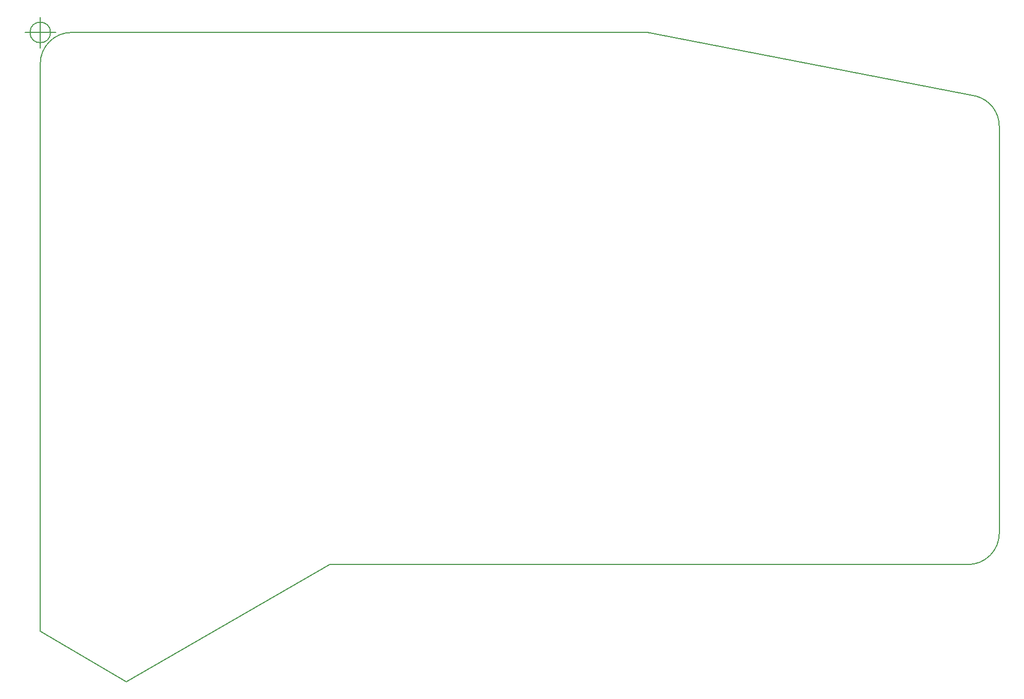
<source format=gm1>
G04 #@! TF.GenerationSoftware,KiCad,Pcbnew,5.1.5+dfsg1-2build2*
G04 #@! TF.CreationDate,2020-09-19T22:38:51+09:00*
G04 #@! TF.ProjectId,bottom,626f7474-6f6d-42e6-9b69-6361645f7063,rev?*
G04 #@! TF.SameCoordinates,Original*
G04 #@! TF.FileFunction,Profile,NP*
%FSLAX46Y46*%
G04 Gerber Fmt 4.6, Leading zero omitted, Abs format (unit mm)*
G04 Created by KiCad (PCBNEW 5.1.5+dfsg1-2build2) date 2020-09-19 22:38:51*
%MOMM*%
%LPD*%
G04 APERTURE LIST*
%ADD10C,0.150000*%
G04 APERTURE END LIST*
D10*
X12065000Y-17145000D02*
G75*
G02X17145000Y-12065000I5080000J0D01*
G01*
X13731666Y-12065000D02*
G75*
G03X13731666Y-12065000I-1666666J0D01*
G01*
X9565000Y-12065000D02*
X14565000Y-12065000D01*
X12065000Y-9565000D02*
X12065000Y-14565000D01*
X26035000Y-117475000D02*
X12065000Y-109220000D01*
X163801099Y-22378939D02*
G75*
G02X167640000Y-27305000I-1241099J-4926061D01*
G01*
X167640000Y-93345000D02*
G75*
G02X162560000Y-98425000I-5080000J0D01*
G01*
X12065000Y-109220000D02*
X12065000Y-17145000D01*
X59055000Y-98425000D02*
X26035000Y-117475000D01*
X162560000Y-98425000D02*
X59055000Y-98425000D01*
X167640000Y-27305000D02*
X167640000Y-93345000D01*
X110490000Y-12065000D02*
X163801099Y-22378939D01*
X17145000Y-12065000D02*
X110490000Y-12065000D01*
M02*

</source>
